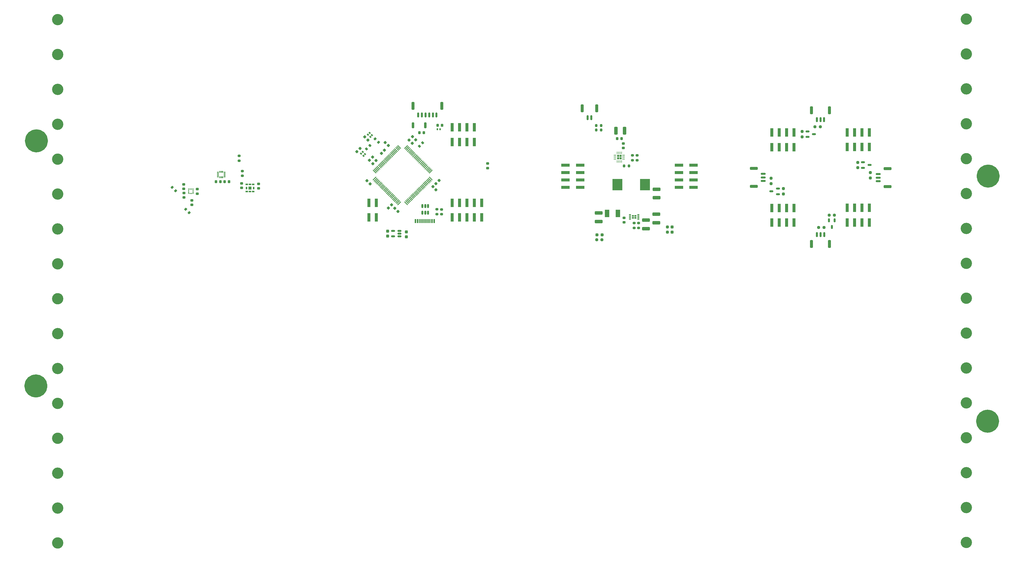
<source format=gtp>
G04 #@! TF.GenerationSoftware,KiCad,Pcbnew,9.0.0*
G04 #@! TF.CreationDate,2025-02-26T21:36:30+05:00*
G04 #@! TF.ProjectId,stencil,7374656e-6369-46c2-9e6b-696361645f70,rev?*
G04 #@! TF.SameCoordinates,Original*
G04 #@! TF.FileFunction,Paste,Top*
G04 #@! TF.FilePolarity,Positive*
%FSLAX46Y46*%
G04 Gerber Fmt 4.6, Leading zero omitted, Abs format (unit mm)*
G04 Created by KiCad (PCBNEW 9.0.0) date 2025-02-26 21:36:30*
%MOMM*%
%LPD*%
G01*
G04 APERTURE LIST*
G04 Aperture macros list*
%AMRoundRect*
0 Rectangle with rounded corners*
0 $1 Rounding radius*
0 $2 $3 $4 $5 $6 $7 $8 $9 X,Y pos of 4 corners*
0 Add a 4 corners polygon primitive as box body*
4,1,4,$2,$3,$4,$5,$6,$7,$8,$9,$2,$3,0*
0 Add four circle primitives for the rounded corners*
1,1,$1+$1,$2,$3*
1,1,$1+$1,$4,$5*
1,1,$1+$1,$6,$7*
1,1,$1+$1,$8,$9*
0 Add four rect primitives between the rounded corners*
20,1,$1+$1,$2,$3,$4,$5,0*
20,1,$1+$1,$4,$5,$6,$7,0*
20,1,$1+$1,$6,$7,$8,$9,0*
20,1,$1+$1,$8,$9,$2,$3,0*%
%AMRotRect*
0 Rectangle, with rotation*
0 The origin of the aperture is its center*
0 $1 length*
0 $2 width*
0 $3 Rotation angle, in degrees counterclockwise*
0 Add horizontal line*
21,1,$1,$2,0,0,$3*%
G04 Aperture macros list end*
%ADD10C,1.950000*%
%ADD11C,3.950000*%
%ADD12RoundRect,0.237500X0.237500X-0.250000X0.237500X0.250000X-0.237500X0.250000X-0.237500X-0.250000X0*%
%ADD13RoundRect,0.237500X-0.250000X-0.237500X0.250000X-0.237500X0.250000X0.237500X-0.250000X0.237500X0*%
%ADD14RoundRect,0.150000X-0.150000X0.512500X-0.150000X-0.512500X0.150000X-0.512500X0.150000X0.512500X0*%
%ADD15RoundRect,0.150000X0.150000X0.700000X-0.150000X0.700000X-0.150000X-0.700000X0.150000X-0.700000X0*%
%ADD16RoundRect,0.250000X0.250000X1.100000X-0.250000X1.100000X-0.250000X-1.100000X0.250000X-1.100000X0*%
%ADD17R,1.000000X3.000000*%
%ADD18RoundRect,0.150000X-0.512500X-0.150000X0.512500X-0.150000X0.512500X0.150000X-0.512500X0.150000X0*%
%ADD19RoundRect,0.150000X-0.700000X0.150000X-0.700000X-0.150000X0.700000X-0.150000X0.700000X0.150000X0*%
%ADD20RoundRect,0.250000X-1.100000X0.250000X-1.100000X-0.250000X1.100000X-0.250000X1.100000X0.250000X0*%
%ADD21RoundRect,0.237500X-0.237500X0.250000X-0.237500X-0.250000X0.237500X-0.250000X0.237500X0.250000X0*%
%ADD22RoundRect,0.150000X0.700000X-0.150000X0.700000X0.150000X-0.700000X0.150000X-0.700000X-0.150000X0*%
%ADD23RoundRect,0.250000X1.100000X-0.250000X1.100000X0.250000X-1.100000X0.250000X-1.100000X-0.250000X0*%
%ADD24RoundRect,0.237500X0.250000X0.237500X-0.250000X0.237500X-0.250000X-0.237500X0.250000X-0.237500X0*%
%ADD25RoundRect,0.150000X-0.150000X-0.700000X0.150000X-0.700000X0.150000X0.700000X-0.150000X0.700000X0*%
%ADD26RoundRect,0.250000X-0.250000X-1.100000X0.250000X-1.100000X0.250000X1.100000X-0.250000X1.100000X0*%
%ADD27RoundRect,0.150000X0.512500X0.150000X-0.512500X0.150000X-0.512500X-0.150000X0.512500X-0.150000X0*%
%ADD28RoundRect,0.200000X-0.335876X-0.053033X-0.053033X-0.335876X0.335876X0.053033X0.053033X0.335876X0*%
%ADD29RoundRect,0.225000X0.250000X-0.225000X0.250000X0.225000X-0.250000X0.225000X-0.250000X-0.225000X0*%
%ADD30RoundRect,0.200000X-0.275000X0.200000X-0.275000X-0.200000X0.275000X-0.200000X0.275000X0.200000X0*%
%ADD31R,0.350000X0.375000*%
%ADD32R,0.375000X0.350000*%
%ADD33RoundRect,0.225000X0.225000X0.250000X-0.225000X0.250000X-0.225000X-0.250000X0.225000X-0.250000X0*%
%ADD34RoundRect,0.200000X0.275000X-0.200000X0.275000X0.200000X-0.275000X0.200000X-0.275000X-0.200000X0*%
%ADD35RoundRect,0.200000X0.335876X0.053033X0.053033X0.335876X-0.335876X-0.053033X-0.053033X-0.335876X0*%
%ADD36RoundRect,0.225000X-0.250000X0.225000X-0.250000X-0.225000X0.250000X-0.225000X0.250000X0.225000X0*%
%ADD37R,1.066800X1.066800*%
%ADD38R,0.609600X0.838200*%
%ADD39R,0.838200X0.609600*%
%ADD40RoundRect,0.087500X-0.087500X-0.225000X0.087500X-0.225000X0.087500X0.225000X-0.087500X0.225000X0*%
%ADD41RoundRect,0.087500X-0.225000X-0.087500X0.225000X-0.087500X0.225000X0.087500X-0.225000X0.087500X0*%
%ADD42RoundRect,0.237500X-0.287500X-0.237500X0.287500X-0.237500X0.287500X0.237500X-0.287500X0.237500X0*%
%ADD43RoundRect,0.250000X-1.100000X0.325000X-1.100000X-0.325000X1.100000X-0.325000X1.100000X0.325000X0*%
%ADD44R,0.710000X0.580000*%
%ADD45R,0.750000X0.300000*%
%ADD46RoundRect,0.237500X-0.237500X0.287500X-0.237500X-0.287500X0.237500X-0.287500X0.237500X0.287500X0*%
%ADD47RoundRect,0.200000X0.200000X0.275000X-0.200000X0.275000X-0.200000X-0.275000X0.200000X-0.275000X0*%
%ADD48RoundRect,0.250000X-0.325000X-1.100000X0.325000X-1.100000X0.325000X1.100000X-0.325000X1.100000X0*%
%ADD49R,1.500000X2.500000*%
%ADD50RoundRect,0.182500X0.182500X-0.182500X0.182500X0.182500X-0.182500X0.182500X-0.182500X-0.182500X0*%
%ADD51RoundRect,0.062500X0.062500X-0.350000X0.062500X0.350000X-0.062500X0.350000X-0.062500X-0.350000X0*%
%ADD52RoundRect,0.062500X0.350000X-0.062500X0.350000X0.062500X-0.350000X0.062500X-0.350000X-0.062500X0*%
%ADD53RoundRect,0.200000X-0.200000X-0.275000X0.200000X-0.275000X0.200000X0.275000X-0.200000X0.275000X0*%
%ADD54R,3.000000X1.000000*%
%ADD55R,3.500000X4.000000*%
%ADD56RoundRect,0.237500X-0.237500X0.300000X-0.237500X-0.300000X0.237500X-0.300000X0.237500X0.300000X0*%
%ADD57RoundRect,0.200000X-0.200000X-0.800000X0.200000X-0.800000X0.200000X0.800000X-0.200000X0.800000X0*%
%ADD58RoundRect,0.150000X0.150000X-0.512500X0.150000X0.512500X-0.150000X0.512500X-0.150000X-0.512500X0*%
%ADD59RoundRect,0.225000X0.017678X-0.335876X0.335876X-0.017678X-0.017678X0.335876X-0.335876X0.017678X0*%
%ADD60RoundRect,0.225000X0.335876X0.017678X0.017678X0.335876X-0.335876X-0.017678X-0.017678X-0.335876X0*%
%ADD61RotRect,0.500000X0.600000X45.000000*%
%ADD62RoundRect,0.225000X-0.335876X-0.017678X-0.017678X-0.335876X0.335876X0.017678X0.017678X0.335876X0*%
%ADD63R,0.600000X1.450000*%
%ADD64R,0.300000X1.450000*%
%ADD65RoundRect,0.200000X0.053033X-0.335876X0.335876X-0.053033X-0.053033X0.335876X-0.335876X0.053033X0*%
%ADD66RoundRect,0.075000X-0.565685X0.459619X0.459619X-0.565685X0.565685X-0.459619X-0.459619X0.565685X0*%
%ADD67RoundRect,0.075000X-0.565685X-0.459619X-0.459619X-0.565685X0.565685X0.459619X0.459619X0.565685X0*%
%ADD68RoundRect,0.225000X-0.017678X0.335876X-0.335876X0.017678X0.017678X-0.335876X0.335876X-0.017678X0*%
%ADD69RoundRect,0.200000X-0.053033X0.335876X-0.335876X0.053033X0.053033X-0.335876X0.335876X-0.053033X0*%
%ADD70RoundRect,0.147500X-0.147500X-0.172500X0.147500X-0.172500X0.147500X0.172500X-0.147500X0.172500X0*%
G04 APERTURE END LIST*
D10*
X56775000Y-152100000D02*
G75*
G02*
X54825000Y-152100000I-975000J0D01*
G01*
X54825000Y-152100000D02*
G75*
G02*
X56775000Y-152100000I975000J0D01*
G01*
D11*
X50465179Y-85800000D02*
G75*
G02*
X46515179Y-85800000I-1975000J0D01*
G01*
X46515179Y-85800000D02*
G75*
G02*
X50465179Y-85800000I1975000J0D01*
G01*
D10*
X56775000Y-224100000D02*
G75*
G02*
X54825000Y-224100000I-975000J0D01*
G01*
X54825000Y-224100000D02*
G75*
G02*
X56775000Y-224100000I975000J0D01*
G01*
X56775000Y-176100000D02*
G75*
G02*
X54825000Y-176100000I-975000J0D01*
G01*
X54825000Y-176100000D02*
G75*
G02*
X56775000Y-176100000I975000J0D01*
G01*
X56775000Y-92100000D02*
G75*
G02*
X54825000Y-92100000I-975000J0D01*
G01*
X54825000Y-92100000D02*
G75*
G02*
X56775000Y-92100000I975000J0D01*
G01*
X56775000Y-164100000D02*
G75*
G02*
X54825000Y-164100000I-975000J0D01*
G01*
X54825000Y-164100000D02*
G75*
G02*
X56775000Y-164100000I975000J0D01*
G01*
X56775000Y-200100000D02*
G75*
G02*
X54825000Y-200100000I-975000J0D01*
G01*
X54825000Y-200100000D02*
G75*
G02*
X56775000Y-200100000I975000J0D01*
G01*
X56775000Y-44100000D02*
G75*
G02*
X54825000Y-44100000I-975000J0D01*
G01*
X54825000Y-44100000D02*
G75*
G02*
X56775000Y-44100000I975000J0D01*
G01*
X56775000Y-56100000D02*
G75*
G02*
X54825000Y-56100000I-975000J0D01*
G01*
X54825000Y-56100000D02*
G75*
G02*
X56775000Y-56100000I975000J0D01*
G01*
X56775000Y-68100000D02*
G75*
G02*
X54825000Y-68100000I-975000J0D01*
G01*
X54825000Y-68100000D02*
G75*
G02*
X56775000Y-68100000I975000J0D01*
G01*
X56775000Y-80100000D02*
G75*
G02*
X54825000Y-80100000I-975000J0D01*
G01*
X54825000Y-80100000D02*
G75*
G02*
X56775000Y-80100000I975000J0D01*
G01*
X56775000Y-128100000D02*
G75*
G02*
X54825000Y-128100000I-975000J0D01*
G01*
X54825000Y-128100000D02*
G75*
G02*
X56775000Y-128100000I975000J0D01*
G01*
X56775000Y-104100000D02*
G75*
G02*
X54825000Y-104100000I-975000J0D01*
G01*
X54825000Y-104100000D02*
G75*
G02*
X56775000Y-104100000I975000J0D01*
G01*
X56775000Y-116100000D02*
G75*
G02*
X54825000Y-116100000I-975000J0D01*
G01*
X54825000Y-116100000D02*
G75*
G02*
X56775000Y-116100000I975000J0D01*
G01*
D11*
X50275000Y-170100000D02*
G75*
G02*
X46325000Y-170100000I-1975000J0D01*
G01*
X46325000Y-170100000D02*
G75*
G02*
X50275000Y-170100000I1975000J0D01*
G01*
D10*
X56775000Y-140100000D02*
G75*
G02*
X54825000Y-140100000I-975000J0D01*
G01*
X54825000Y-140100000D02*
G75*
G02*
X56775000Y-140100000I975000J0D01*
G01*
X56775000Y-152100000D02*
G75*
G02*
X54825000Y-152100000I-975000J0D01*
G01*
X54825000Y-152100000D02*
G75*
G02*
X56775000Y-152100000I975000J0D01*
G01*
X56775000Y-188100000D02*
G75*
G02*
X54825000Y-188100000I-975000J0D01*
G01*
X54825000Y-188100000D02*
G75*
G02*
X56775000Y-188100000I975000J0D01*
G01*
X56775000Y-212100000D02*
G75*
G02*
X54825000Y-212100000I-975000J0D01*
G01*
X54825000Y-212100000D02*
G75*
G02*
X56775000Y-212100000I975000J0D01*
G01*
D11*
X377466822Y-182225000D02*
G75*
G02*
X373516822Y-182225000I-1975000J0D01*
G01*
X373516822Y-182225000D02*
G75*
G02*
X377466822Y-182225000I1975000J0D01*
G01*
D10*
X369157001Y-223925000D02*
G75*
G02*
X367207001Y-223925000I-975000J0D01*
G01*
X367207001Y-223925000D02*
G75*
G02*
X369157001Y-223925000I975000J0D01*
G01*
X369157001Y-211925000D02*
G75*
G02*
X367207001Y-211925000I-975000J0D01*
G01*
X367207001Y-211925000D02*
G75*
G02*
X369157001Y-211925000I975000J0D01*
G01*
X369157001Y-199925000D02*
G75*
G02*
X367207001Y-199925000I-975000J0D01*
G01*
X367207001Y-199925000D02*
G75*
G02*
X369157001Y-199925000I975000J0D01*
G01*
X369157001Y-187925000D02*
G75*
G02*
X367207001Y-187925000I-975000J0D01*
G01*
X367207001Y-187925000D02*
G75*
G02*
X369157001Y-187925000I975000J0D01*
G01*
X369157001Y-175925000D02*
G75*
G02*
X367207001Y-175925000I-975000J0D01*
G01*
X367207001Y-175925000D02*
G75*
G02*
X369157001Y-175925000I975000J0D01*
G01*
X369157001Y-163925000D02*
G75*
G02*
X367207001Y-163925000I-975000J0D01*
G01*
X367207001Y-163925000D02*
G75*
G02*
X369157001Y-163925000I975000J0D01*
G01*
X369157001Y-151925000D02*
G75*
G02*
X367207001Y-151925000I-975000J0D01*
G01*
X367207001Y-151925000D02*
G75*
G02*
X369157001Y-151925000I975000J0D01*
G01*
X369157001Y-139925000D02*
G75*
G02*
X367207001Y-139925000I-975000J0D01*
G01*
X367207001Y-139925000D02*
G75*
G02*
X369157001Y-139925000I975000J0D01*
G01*
X369157001Y-127925000D02*
G75*
G02*
X367207001Y-127925000I-975000J0D01*
G01*
X367207001Y-127925000D02*
G75*
G02*
X369157001Y-127925000I975000J0D01*
G01*
X369157001Y-115925000D02*
G75*
G02*
X367207001Y-115925000I-975000J0D01*
G01*
X367207001Y-115925000D02*
G75*
G02*
X369157001Y-115925000I975000J0D01*
G01*
X369157001Y-103925000D02*
G75*
G02*
X367207001Y-103925000I-975000J0D01*
G01*
X367207001Y-103925000D02*
G75*
G02*
X369157001Y-103925000I975000J0D01*
G01*
X369157001Y-91925000D02*
G75*
G02*
X367207001Y-91925000I-975000J0D01*
G01*
X367207001Y-91925000D02*
G75*
G02*
X369157001Y-91925000I975000J0D01*
G01*
X369157001Y-79925000D02*
G75*
G02*
X367207001Y-79925000I-975000J0D01*
G01*
X367207001Y-79925000D02*
G75*
G02*
X369157001Y-79925000I975000J0D01*
G01*
X369157001Y-67925000D02*
G75*
G02*
X367207001Y-67925000I-975000J0D01*
G01*
X367207001Y-67925000D02*
G75*
G02*
X369157001Y-67925000I975000J0D01*
G01*
X369157001Y-55925000D02*
G75*
G02*
X367207001Y-55925000I-975000J0D01*
G01*
X367207001Y-55925000D02*
G75*
G02*
X369157001Y-55925000I975000J0D01*
G01*
X369157001Y-43925000D02*
G75*
G02*
X367207001Y-43925000I-975000J0D01*
G01*
X367207001Y-43925000D02*
G75*
G02*
X369157001Y-43925000I975000J0D01*
G01*
D11*
X377657001Y-97925000D02*
G75*
G02*
X373707001Y-97925000I-1975000J0D01*
G01*
X373707001Y-97925000D02*
G75*
G02*
X377657001Y-97925000I1975000J0D01*
G01*
D12*
X311762500Y-84430000D03*
X311762500Y-82605000D03*
D13*
X321000000Y-111355000D03*
X322825000Y-111355000D03*
X316125000Y-80930000D03*
X317950000Y-80930000D03*
D14*
X322887499Y-113167500D03*
X320987501Y-113167500D03*
X321937500Y-115442500D03*
D15*
X319287500Y-78530000D03*
X318037500Y-78530001D03*
X316787500Y-78530000D03*
D16*
X321137500Y-75330000D03*
X314937500Y-75330000D03*
D17*
X301302500Y-108860000D03*
X301302500Y-113900000D03*
X303842499Y-108860000D03*
X303842499Y-113900000D03*
X306382501Y-108860000D03*
X306382501Y-113900000D03*
X308922500Y-108860000D03*
X308922500Y-113900000D03*
X334872500Y-87925000D03*
X334872500Y-82885000D03*
X332332501Y-87925000D03*
X332332501Y-82885000D03*
X329792499Y-87925000D03*
X329792499Y-82885000D03*
X327252500Y-87925000D03*
X327252500Y-82885000D03*
D18*
X313550000Y-82542501D03*
X313550000Y-84442499D03*
X315825000Y-83492500D03*
D19*
X298312500Y-97130000D03*
X298312501Y-98380000D03*
X298312500Y-99630000D03*
D20*
X295112500Y-95280000D03*
X295112500Y-101480000D03*
D21*
X305262500Y-102242500D03*
X305262500Y-104067500D03*
D17*
X327252500Y-108835000D03*
X327252500Y-113875000D03*
X329792499Y-108835000D03*
X329792499Y-113875000D03*
X332332501Y-108835000D03*
X332332501Y-113875000D03*
X334872500Y-108835000D03*
X334872500Y-113875000D03*
D22*
X337887500Y-99705000D03*
X337887499Y-98455000D03*
X337887500Y-97205000D03*
D23*
X341087500Y-101555000D03*
X341087500Y-95355000D03*
D17*
X308922500Y-87975000D03*
X308922500Y-82935000D03*
X306382501Y-87975000D03*
X306382501Y-82935000D03*
X303842499Y-87975000D03*
X303842499Y-82935000D03*
X301302500Y-87975000D03*
X301302500Y-82935000D03*
D12*
X301037500Y-100492500D03*
X301037500Y-98667500D03*
X330862500Y-95042500D03*
X330862500Y-93217500D03*
D24*
X319237500Y-115630000D03*
X317412500Y-115630000D03*
D25*
X316812500Y-118080000D03*
X318062500Y-118080000D03*
X319312500Y-118080000D03*
D26*
X314962500Y-121280000D03*
X321162500Y-121280000D03*
D21*
X335137500Y-96742500D03*
X335137500Y-98567500D03*
D18*
X332675000Y-93167501D03*
X332675000Y-95067499D03*
X334950000Y-94117500D03*
D27*
X303450000Y-104129999D03*
X303450000Y-102230001D03*
X301175000Y-103180000D03*
D28*
X96303363Y-102993363D03*
X95136637Y-101826637D03*
D29*
X124895000Y-100585000D03*
X124895000Y-102135000D03*
D30*
X118195000Y-92635000D03*
X118195000Y-90985000D03*
D31*
X101332500Y-102347500D03*
X101832500Y-102347500D03*
D32*
X102345000Y-102360000D03*
X102345000Y-102860000D03*
X102345000Y-103360000D03*
X102345000Y-103860000D03*
D31*
X101832500Y-103872500D03*
X101332500Y-103872500D03*
D32*
X100820000Y-103860000D03*
X100820000Y-103360000D03*
X100820000Y-102860000D03*
X100820000Y-102360000D03*
D29*
X118995000Y-100435000D03*
X118995000Y-101985000D03*
D33*
X110195000Y-99810000D03*
X111745000Y-99810000D03*
D34*
X119295000Y-96185000D03*
X119295000Y-97835000D03*
D33*
X113195000Y-99835000D03*
X114745000Y-99835000D03*
D35*
X99811637Y-109326637D03*
X100978363Y-110493363D03*
D36*
X101895000Y-107785000D03*
X101895000Y-106235000D03*
X103770000Y-103960000D03*
X103770000Y-102410000D03*
X99170000Y-102285000D03*
X99170000Y-100735000D03*
D29*
X99195000Y-103735000D03*
X99195000Y-105285000D03*
D37*
X121945000Y-102035000D03*
D38*
X120725799Y-102035000D03*
D39*
X120845000Y-100815800D03*
X121945000Y-100815799D03*
X123045000Y-100815800D03*
D38*
X123164201Y-102035000D03*
D39*
X123045000Y-103254200D03*
X121945000Y-103254201D03*
X120845000Y-103254200D03*
D40*
X111545000Y-96497500D03*
X112045000Y-96497500D03*
X112545000Y-96497500D03*
D41*
X113207500Y-96660000D03*
X113207500Y-97160000D03*
X113207500Y-97660000D03*
X113207500Y-98160000D03*
D40*
X112545000Y-98322500D03*
X112045000Y-98322500D03*
X111545000Y-98322500D03*
D41*
X110882500Y-98160000D03*
X110882500Y-97660000D03*
X110882500Y-97160000D03*
X110882500Y-96660000D03*
D33*
X249650000Y-85050000D03*
X248100000Y-85050000D03*
D15*
X239225000Y-77825000D03*
X237975000Y-77825000D03*
D16*
X241075000Y-74625000D03*
X236125000Y-74625000D03*
D42*
X241201802Y-118104700D03*
X242951800Y-118104700D03*
D43*
X261725000Y-102424999D03*
X261725000Y-105375001D03*
D44*
X254400000Y-112300001D03*
X254400000Y-111575001D03*
X253525000Y-112300001D03*
X253525000Y-111575001D03*
D45*
X255412500Y-112687501D03*
X255412500Y-112187501D03*
X255412500Y-111687501D03*
X255412500Y-111187501D03*
X252512500Y-111187501D03*
X252512500Y-111687501D03*
X252512500Y-112187501D03*
X252512500Y-112687501D03*
D43*
X241771001Y-110568998D03*
X241771001Y-113519000D03*
D46*
X267051800Y-115448452D03*
X267051800Y-117198450D03*
D47*
X242625000Y-80525000D03*
X240975000Y-80525000D03*
D48*
X247700000Y-82275000D03*
X250650000Y-82275000D03*
D13*
X241076801Y-119829700D03*
X242901801Y-119829700D03*
D34*
X253425000Y-92450000D03*
X253425000Y-90800000D03*
D49*
X248375001Y-110725000D03*
X244674999Y-110725000D03*
D29*
X250525000Y-113850001D03*
X250525000Y-112300001D03*
D36*
X250250000Y-86700000D03*
X250250000Y-88250000D03*
D50*
X248455000Y-91832500D03*
X249295000Y-91832500D03*
X248455000Y-90992500D03*
X249295000Y-90992500D03*
D51*
X248125000Y-92875000D03*
X248625000Y-92875000D03*
X249125000Y-92875000D03*
X249625000Y-92875000D03*
D52*
X250337500Y-92162500D03*
X250337500Y-91662500D03*
X250337500Y-91162500D03*
X250337500Y-90662500D03*
D51*
X249625000Y-89950000D03*
X249125000Y-89950000D03*
X248625000Y-89950000D03*
X248125000Y-89950000D03*
D52*
X247412500Y-90662500D03*
X247412500Y-91162500D03*
X247412500Y-91662500D03*
X247412500Y-92162500D03*
D47*
X252200000Y-94450000D03*
X250550000Y-94450000D03*
D43*
X261601800Y-110992200D03*
X261601800Y-113942202D03*
D34*
X254025000Y-115725002D03*
X254025000Y-114075002D03*
D53*
X240975000Y-82025000D03*
X242625000Y-82025000D03*
D30*
X255525000Y-114075002D03*
X255525000Y-115725002D03*
D54*
X235420000Y-94165000D03*
X230380000Y-94165000D03*
X235420000Y-96705000D03*
X230380000Y-96705000D03*
X235420000Y-99245000D03*
X230380000Y-99245000D03*
X235420000Y-101785000D03*
X230380000Y-101785000D03*
D30*
X254975000Y-90800000D03*
X254975000Y-92450000D03*
D43*
X258025001Y-113075001D03*
X258025001Y-116025003D03*
D55*
X248225000Y-100850000D03*
X257725000Y-100850000D03*
D21*
X265401800Y-115385951D03*
X265401800Y-117210951D03*
D54*
X269380000Y-101785000D03*
X274420000Y-101785000D03*
X269380000Y-99245001D03*
X274420000Y-99245001D03*
X269380000Y-96704999D03*
X274420000Y-96704999D03*
X269380000Y-94165000D03*
X274420000Y-94165000D03*
D27*
X173332500Y-118634999D03*
X173332500Y-117685000D03*
X173332500Y-116735001D03*
X171057500Y-116735001D03*
X171057500Y-118634999D03*
D17*
X191390000Y-107114999D03*
X191390000Y-112155001D03*
X193930000Y-107115000D03*
X193930000Y-112155000D03*
X196470000Y-107115000D03*
X196470000Y-112155000D03*
X199010000Y-107115000D03*
X199010000Y-112155000D03*
X201550000Y-107114999D03*
X201550000Y-112155001D03*
D33*
X187945000Y-80460000D03*
X186395000Y-80460000D03*
D17*
X162822479Y-107115000D03*
X162822479Y-112155000D03*
X165362481Y-107115000D03*
X165362481Y-112155000D03*
D56*
X169195000Y-116822499D03*
X169195000Y-118547501D03*
X175695000Y-117122499D03*
X175695000Y-118847501D03*
D57*
X177945000Y-80485000D03*
X182145000Y-80485000D03*
D58*
X181195002Y-110522500D03*
X182145001Y-110522500D03*
X183095000Y-110522500D03*
X183095000Y-108247500D03*
X182145001Y-108247500D03*
X181195002Y-108247500D03*
D59*
X167076445Y-90089668D03*
X168172461Y-88993652D03*
D60*
X169445253Y-87438017D03*
X168349237Y-86342001D03*
D61*
X162497929Y-83637319D03*
X163275746Y-84415136D03*
X163841431Y-83849451D03*
X163063614Y-83071634D03*
D62*
X177771435Y-84379781D03*
X178867451Y-85475797D03*
D60*
X163258069Y-100590203D03*
X162162053Y-99494187D03*
D35*
X166086495Y-86306647D03*
X164919769Y-85139921D03*
D62*
X184771792Y-101562475D03*
X185867808Y-102658491D03*
D63*
X178770000Y-113415000D03*
X179569999Y-113415000D03*
D64*
X180770000Y-113415001D03*
X181770000Y-113415000D03*
X182270000Y-113415000D03*
X183270000Y-113415001D03*
D63*
X184470001Y-113415000D03*
X185270000Y-113415000D03*
X185270000Y-113415000D03*
X184470001Y-113415000D03*
D64*
X183770000Y-113415000D03*
X182770000Y-113415000D03*
X181270000Y-113415000D03*
X180270000Y-113415000D03*
D63*
X179569999Y-113415000D03*
X178770000Y-113415000D03*
D59*
X162992903Y-92511509D03*
X164088919Y-91415493D03*
D65*
X161932243Y-88551711D03*
X163098969Y-87384985D03*
D60*
X172804011Y-110065434D03*
X171707995Y-108969418D03*
D66*
X173210596Y-87915315D03*
X172857043Y-88268868D03*
X172503489Y-88622422D03*
X172149936Y-88975975D03*
X171796383Y-89329528D03*
X171442829Y-89683082D03*
X171089276Y-90036635D03*
X170735722Y-90390189D03*
X170382169Y-90743742D03*
X170028616Y-91097295D03*
X169675062Y-91450849D03*
X169321509Y-91804402D03*
X168967955Y-92157955D03*
X168614402Y-92511509D03*
X168260849Y-92865062D03*
X167907295Y-93218616D03*
X167553742Y-93572169D03*
X167200189Y-93925722D03*
X166846635Y-94279276D03*
X166493082Y-94632829D03*
X166139528Y-94986383D03*
X165785975Y-95339936D03*
X165432422Y-95693489D03*
X165078868Y-96047043D03*
X164725315Y-96400596D03*
D67*
X164725315Y-98769404D03*
X165078868Y-99122957D03*
X165432422Y-99476511D03*
X165785975Y-99830064D03*
X166139528Y-100183617D03*
X166493082Y-100537171D03*
X166846635Y-100890724D03*
X167200189Y-101244278D03*
X167553742Y-101597831D03*
X167907295Y-101951384D03*
X168260849Y-102304938D03*
X168614402Y-102658491D03*
X168967955Y-103012045D03*
X169321509Y-103365598D03*
X169675062Y-103719151D03*
X170028616Y-104072705D03*
X170382169Y-104426258D03*
X170735722Y-104779811D03*
X171089276Y-105133365D03*
X171442829Y-105486918D03*
X171796383Y-105840472D03*
X172149936Y-106194025D03*
X172503489Y-106547578D03*
X172857043Y-106901132D03*
X173210596Y-107254685D03*
D66*
X175579404Y-107254685D03*
X175932957Y-106901132D03*
X176286511Y-106547578D03*
X176640064Y-106194025D03*
X176993617Y-105840472D03*
X177347171Y-105486918D03*
X177700724Y-105133365D03*
X178054278Y-104779811D03*
X178407831Y-104426258D03*
X178761384Y-104072705D03*
X179114938Y-103719151D03*
X179468491Y-103365598D03*
X179822045Y-103012045D03*
X180175598Y-102658491D03*
X180529151Y-102304938D03*
X180882705Y-101951384D03*
X181236258Y-101597831D03*
X181589811Y-101244278D03*
X181943365Y-100890724D03*
X182296918Y-100537171D03*
X182650472Y-100183617D03*
X183004025Y-99830064D03*
X183357578Y-99476511D03*
X183711132Y-99122957D03*
X184064685Y-98769404D03*
D67*
X184064685Y-96400596D03*
X183711132Y-96047043D03*
X183357578Y-95693489D03*
X183004025Y-95339936D03*
X182650472Y-94986383D03*
X182296918Y-94632829D03*
X181943365Y-94279276D03*
X181589811Y-93925722D03*
X181236258Y-93572169D03*
X180882705Y-93218616D03*
X180529151Y-92865062D03*
X180175598Y-92511509D03*
X179822045Y-92157955D03*
X179468491Y-91804402D03*
X179114938Y-91450849D03*
X178761384Y-91097295D03*
X178407831Y-90743742D03*
X178054278Y-90390189D03*
X177700724Y-90036635D03*
X177347171Y-89683082D03*
X176993617Y-89329528D03*
X176640064Y-88975975D03*
X176286511Y-88622422D03*
X175932957Y-88268868D03*
X175579404Y-87915315D03*
D68*
X170611980Y-107838047D03*
X169515964Y-108934063D03*
D59*
X164124274Y-93642880D03*
X165220290Y-92546864D03*
D29*
X203595000Y-95160000D03*
X203595000Y-93610000D03*
D34*
X187795000Y-111035000D03*
X187795000Y-109385000D03*
D62*
X176640064Y-85511151D03*
X177736080Y-86607167D03*
D15*
X186020000Y-76935000D03*
X184770000Y-76935000D03*
X183520000Y-76935000D03*
X182270000Y-76935000D03*
X181020000Y-76935000D03*
X179770000Y-76935000D03*
D16*
X187870000Y-73735000D03*
X177920000Y-73735000D03*
D59*
X158646992Y-89533008D03*
X159743008Y-88436992D03*
D69*
X181289291Y-86483424D03*
X180122565Y-87650150D03*
D68*
X186963824Y-99405799D03*
X185867808Y-100501815D03*
D17*
X199017479Y-86194999D03*
X199017479Y-81154999D03*
X196477480Y-86194999D03*
X196477480Y-81154999D03*
X193937478Y-86194999D03*
X193937478Y-81154999D03*
X191397479Y-86194999D03*
X191397479Y-81154999D03*
D34*
X186195000Y-111010000D03*
X186195000Y-109360000D03*
D70*
X186310000Y-81810000D03*
X187280000Y-81810000D03*
D60*
X162427218Y-85546507D03*
X161331202Y-84450491D03*
D61*
X160123249Y-90178934D03*
X160901066Y-90956751D03*
X161466751Y-90391066D03*
X160688934Y-89613249D03*
D33*
X181695000Y-83010000D03*
X180145000Y-83010000D03*
M02*

</source>
